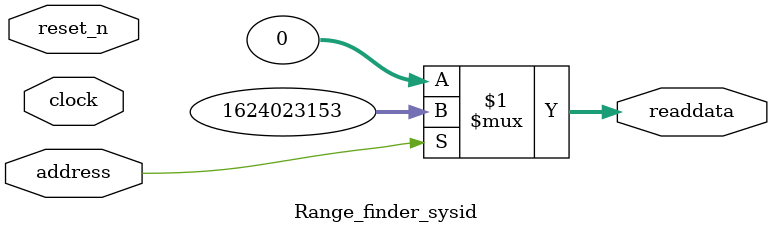
<source format=v>



// synthesis translate_off
`timescale 1ns / 1ps
// synthesis translate_on

// turn off superfluous verilog processor warnings 
// altera message_level Level1 
// altera message_off 10034 10035 10036 10037 10230 10240 10030 

module Range_finder_sysid (
               // inputs:
                address,
                clock,
                reset_n,

               // outputs:
                readdata
             )
;

  output  [ 31: 0] readdata;
  input            address;
  input            clock;
  input            reset_n;

  wire    [ 31: 0] readdata;
  //control_slave, which is an e_avalon_slave
  assign readdata = address ? 1624023153 : 0;

endmodule



</source>
